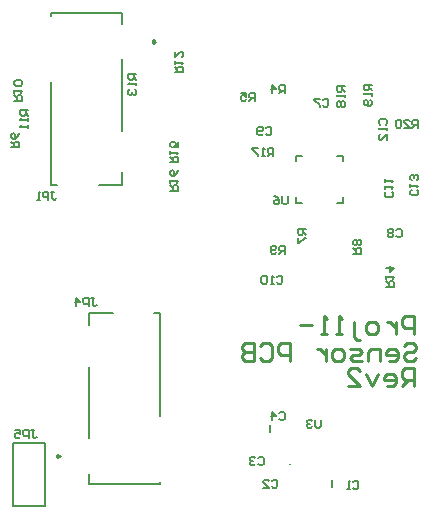
<source format=gbo>
G04*
G04 #@! TF.GenerationSoftware,Altium Limited,Altium Designer,24.2.2 (26)*
G04*
G04 Layer_Color=32896*
%FSLAX25Y25*%
%MOIN*%
G70*
G04*
G04 #@! TF.SameCoordinates,53DEB4DB-F542-4CE3-904C-AAE6CCE40F42*
G04*
G04*
G04 #@! TF.FilePolarity,Positive*
G04*
G01*
G75*
%ADD10C,0.00984*%
%ADD11C,0.00787*%
%ADD12C,0.00602*%
%ADD24C,0.01000*%
%ADD82C,0.00492*%
D10*
X33748Y27283D02*
X33010Y27710D01*
Y26857D01*
X33748Y27283D01*
X65579Y165303D02*
X64841Y165729D01*
Y164877D01*
X65579Y165303D01*
D11*
X112626Y111626D02*
X114594D01*
X112626D02*
Y113594D01*
Y127374D02*
X114594D01*
X112626Y125406D02*
Y127374D01*
X126406Y111626D02*
X128374D01*
Y113594D01*
X126406Y127374D02*
X128374D01*
Y125406D02*
Y127374D01*
X124500Y16819D02*
Y19181D01*
X67311Y40669D02*
Y74921D01*
X43689Y33189D02*
Y57008D01*
X65342Y74921D02*
X67311D01*
X43689D02*
X51563D01*
X43689Y70787D02*
Y74921D01*
X67311Y17835D02*
Y18622D01*
X43689Y17835D02*
Y21378D01*
Y17835D02*
X67311D01*
X31032Y117665D02*
Y151917D01*
X54654Y135579D02*
Y159398D01*
X31032Y117665D02*
X33000D01*
X46780D02*
X54654D01*
Y121799D01*
X31032Y173965D02*
Y174752D01*
X54654Y171209D02*
Y174752D01*
X31032D02*
X54654D01*
X18205Y10409D02*
X28795D01*
X18205D02*
Y31591D01*
X28795D01*
Y10409D02*
Y31591D01*
X104000Y35319D02*
Y37681D01*
D12*
X102459Y136418D02*
X102918Y136878D01*
X103837D01*
X104296Y136418D01*
Y134582D01*
X103837Y134123D01*
X102918D01*
X102459Y134582D01*
X101541D02*
X101082Y134123D01*
X100163D01*
X99704Y134582D01*
Y136418D01*
X100163Y136878D01*
X101082D01*
X101541Y136418D01*
Y135959D01*
X101082Y135500D01*
X99704D01*
X106959Y41418D02*
X107418Y41877D01*
X108337D01*
X108796Y41418D01*
Y39582D01*
X108337Y39123D01*
X107418D01*
X106959Y39582D01*
X104663Y39123D02*
Y41877D01*
X106041Y40500D01*
X104204D01*
X120796Y39377D02*
Y37082D01*
X120337Y36623D01*
X119418D01*
X118959Y37082D01*
Y39377D01*
X118041Y38918D02*
X117582Y39377D01*
X116663D01*
X116204Y38918D01*
Y38459D01*
X116663Y38000D01*
X117122D01*
X116663D01*
X116204Y37541D01*
Y37082D01*
X116663Y36623D01*
X117582D01*
X118041Y37082D01*
X109796Y113898D02*
Y111602D01*
X109337Y111143D01*
X108418D01*
X107959Y111602D01*
Y113898D01*
X105204D02*
X106123Y113438D01*
X107041Y112520D01*
Y111602D01*
X106582Y111143D01*
X105663D01*
X105204Y111602D01*
Y112061D01*
X105663Y112520D01*
X107041D01*
X153173Y136623D02*
Y139377D01*
X151796D01*
X151337Y138918D01*
Y138000D01*
X151796Y137541D01*
X153173D01*
X152255D02*
X151337Y136623D01*
X148582D02*
X150418D01*
X148582Y138459D01*
Y138918D01*
X149041Y139377D01*
X149959D01*
X150418Y138918D01*
X147663D02*
X147204Y139377D01*
X146286D01*
X145827Y138918D01*
Y137082D01*
X146286Y136623D01*
X147204D01*
X147663Y137082D01*
Y138918D01*
X137901Y150934D02*
X135146Y150953D01*
X135136Y149575D01*
X135592Y149113D01*
X136511Y149107D01*
X136973Y149563D01*
X136982Y150941D01*
X136976Y150022D02*
X137888Y149098D01*
X137882Y148179D02*
X137876Y147261D01*
X137879Y147720D01*
X135124Y147739D01*
X135586Y148195D01*
X137407Y145887D02*
X137864Y145424D01*
X137857Y144506D01*
X137395Y144050D01*
X135558Y144062D01*
X135102Y144525D01*
X135108Y145443D01*
X135571Y145899D01*
X136030Y145896D01*
X136486Y145434D01*
X136477Y144056D01*
X128877Y150444D02*
X126122D01*
Y149066D01*
X126582Y148607D01*
X127500D01*
X127959Y149066D01*
Y150444D01*
Y149525D02*
X128877Y148607D01*
Y147689D02*
Y146770D01*
Y147230D01*
X126122D01*
X126582Y147689D01*
Y145393D02*
X126122Y144934D01*
Y144015D01*
X126582Y143556D01*
X127041D01*
X127500Y144015D01*
X127959Y143556D01*
X128418D01*
X128877Y144015D01*
Y144934D01*
X128418Y145393D01*
X127959D01*
X127500Y144934D01*
X127041Y145393D01*
X126582D01*
X127500Y144934D02*
Y144015D01*
X104944Y127122D02*
Y129877D01*
X103566D01*
X103107Y129418D01*
Y128500D01*
X103566Y128041D01*
X104944D01*
X104025D02*
X103107Y127122D01*
X102189D02*
X101270D01*
X101730D01*
Y129877D01*
X102189Y129418D01*
X99893Y129877D02*
X98056D01*
Y129418D01*
X99893Y127582D01*
Y127122D01*
X70622Y115556D02*
X73378D01*
Y116934D01*
X72918Y117393D01*
X72000D01*
X71541Y116934D01*
Y115556D01*
Y116475D02*
X70622Y117393D01*
Y118311D02*
Y119230D01*
Y118770D01*
X73378D01*
X72918Y118311D01*
X73378Y122444D02*
X72918Y121525D01*
X72000Y120607D01*
X71082D01*
X70622Y121066D01*
Y121985D01*
X71082Y122444D01*
X71541D01*
X72000Y121985D01*
Y120607D01*
X70622Y125056D02*
X73378D01*
Y126434D01*
X72918Y126893D01*
X72000D01*
X71541Y126434D01*
Y125056D01*
Y125975D02*
X70622Y126893D01*
Y127811D02*
Y128730D01*
Y128270D01*
X73378D01*
X72918Y127811D01*
X73378Y131944D02*
Y130107D01*
X72000D01*
X72459Y131025D01*
Y131485D01*
X72000Y131944D01*
X71082D01*
X70622Y131485D01*
Y130566D01*
X71082Y130107D01*
X142622Y83556D02*
X145378D01*
Y84934D01*
X144918Y85393D01*
X144000D01*
X143541Y84934D01*
Y83556D01*
Y84475D02*
X142622Y85393D01*
Y86311D02*
Y87230D01*
Y86770D01*
X145378D01*
X144918Y86311D01*
X142622Y89985D02*
X145378D01*
X144000Y88607D01*
Y90444D01*
X59377Y154444D02*
X56622D01*
Y153066D01*
X57082Y152607D01*
X58000D01*
X58459Y153066D01*
Y154444D01*
Y153525D02*
X59377Y152607D01*
Y151689D02*
Y150770D01*
Y151230D01*
X56622D01*
X57082Y151689D01*
Y149393D02*
X56622Y148934D01*
Y148015D01*
X57082Y147556D01*
X57541D01*
X58000Y148015D01*
Y148475D01*
Y148015D01*
X58459Y147556D01*
X58918D01*
X59377Y148015D01*
Y148934D01*
X58918Y149393D01*
X72123Y155056D02*
X74878D01*
Y156434D01*
X74418Y156893D01*
X73500D01*
X73041Y156434D01*
Y155056D01*
Y155975D02*
X72123Y156893D01*
Y157811D02*
Y158730D01*
Y158270D01*
X74878D01*
X74418Y157811D01*
X72123Y161944D02*
Y160107D01*
X73959Y161944D01*
X74418D01*
X74878Y161485D01*
Y160566D01*
X74418Y160107D01*
X23410Y142485D02*
X20655D01*
Y141107D01*
X21114Y140648D01*
X22032D01*
X22492Y141107D01*
Y142485D01*
Y141566D02*
X23410Y140648D01*
Y139730D02*
Y138811D01*
Y139270D01*
X20655D01*
X21114Y139730D01*
X23410Y137434D02*
Y136515D01*
Y136975D01*
X20655D01*
X21114Y137434D01*
X18622Y145556D02*
X21377D01*
Y146934D01*
X20918Y147393D01*
X20000D01*
X19541Y146934D01*
Y145556D01*
Y146475D02*
X18622Y147393D01*
Y148311D02*
Y149230D01*
Y148770D01*
X21377D01*
X20918Y148311D01*
Y150607D02*
X21377Y151066D01*
Y151985D01*
X20918Y152444D01*
X19082D01*
X18622Y151985D01*
Y151066D01*
X19082Y150607D01*
X20918D01*
X108796Y94622D02*
Y97378D01*
X107418D01*
X106959Y96918D01*
Y96000D01*
X107418Y95541D01*
X108796D01*
X107878D02*
X106959Y94622D01*
X106041Y95082D02*
X105582Y94622D01*
X104663D01*
X104204Y95082D01*
Y96918D01*
X104663Y97378D01*
X105582D01*
X106041Y96918D01*
Y96459D01*
X105582Y96000D01*
X104204D01*
X131623Y94704D02*
X134378D01*
Y96082D01*
X133918Y96541D01*
X133000D01*
X132541Y96082D01*
Y94704D01*
Y95622D02*
X131623Y96541D01*
X133918Y97459D02*
X134378Y97918D01*
Y98837D01*
X133918Y99296D01*
X133459D01*
X133000Y98837D01*
X132541Y99296D01*
X132082D01*
X131623Y98837D01*
Y97918D01*
X132082Y97459D01*
X132541D01*
X133000Y97918D01*
X133459Y97459D01*
X133918D01*
X133000Y97918D02*
Y98837D01*
X115877Y102796D02*
X113122D01*
Y101418D01*
X113582Y100959D01*
X114500D01*
X114959Y101418D01*
Y102796D01*
Y101877D02*
X115877Y100959D01*
X113122Y100041D02*
Y98204D01*
X113582D01*
X115418Y100041D01*
X115877D01*
X17623Y130204D02*
X20378D01*
Y131582D01*
X19918Y132041D01*
X19000D01*
X18541Y131582D01*
Y130204D01*
Y131123D02*
X17623Y132041D01*
X20378Y134796D02*
X19918Y133878D01*
X19000Y132959D01*
X18082D01*
X17623Y133418D01*
Y134337D01*
X18082Y134796D01*
X18541D01*
X19000Y134337D01*
Y132959D01*
X98796Y145623D02*
Y148378D01*
X97418D01*
X96959Y147918D01*
Y147000D01*
X97418Y146541D01*
X98796D01*
X97878D02*
X96959Y145623D01*
X94204Y148378D02*
X96041D01*
Y147000D01*
X95122Y147459D01*
X94663D01*
X94204Y147000D01*
Y146082D01*
X94663Y145623D01*
X95582D01*
X96041Y146082D01*
X108796Y148123D02*
Y150877D01*
X107418D01*
X106959Y150418D01*
Y149500D01*
X107418Y149041D01*
X108796D01*
X107878D02*
X106959Y148123D01*
X104663D02*
Y150877D01*
X106041Y149500D01*
X104204D01*
X24337Y35877D02*
X25255D01*
X24796D01*
Y33582D01*
X25255Y33123D01*
X25714D01*
X26173Y33582D01*
X23418Y33123D02*
Y35877D01*
X22041D01*
X21582Y35418D01*
Y34500D01*
X22041Y34041D01*
X23418D01*
X18827Y35877D02*
X20663D01*
Y34500D01*
X19745Y34959D01*
X19286D01*
X18827Y34500D01*
Y33582D01*
X19286Y33123D01*
X20204D01*
X20663Y33582D01*
X30878Y115377D02*
X31796D01*
X31337D01*
Y113082D01*
X31796Y112622D01*
X32255D01*
X32714Y113082D01*
X29959Y112622D02*
Y115377D01*
X28582D01*
X28122Y114918D01*
Y114000D01*
X28582Y113541D01*
X29959D01*
X27204Y112622D02*
X26286D01*
X26745D01*
Y115377D01*
X27204Y114918D01*
X44337Y79878D02*
X45255D01*
X44796D01*
Y77582D01*
X45255Y77122D01*
X45714D01*
X46173Y77582D01*
X43418Y77122D02*
Y79878D01*
X42041D01*
X41582Y79418D01*
Y78500D01*
X42041Y78041D01*
X43418D01*
X39286Y77122D02*
Y79878D01*
X40663Y78500D01*
X38827D01*
X152918Y115893D02*
X153377Y115434D01*
Y114515D01*
X152918Y114056D01*
X151082D01*
X150622Y114515D01*
Y115434D01*
X151082Y115893D01*
X150622Y116811D02*
Y117730D01*
Y117270D01*
X153377D01*
X152918Y116811D01*
Y119107D02*
X153377Y119566D01*
Y120485D01*
X152918Y120944D01*
X152459D01*
X152000Y120485D01*
Y120025D01*
Y120485D01*
X151541Y120944D01*
X151082D01*
X150622Y120485D01*
Y119566D01*
X151082Y119107D01*
X140582Y137607D02*
X140122Y138066D01*
Y138985D01*
X140582Y139444D01*
X142418D01*
X142877Y138985D01*
Y138066D01*
X142418Y137607D01*
X142877Y136689D02*
Y135770D01*
Y136230D01*
X140122D01*
X140582Y136689D01*
X142877Y132556D02*
Y134393D01*
X141041Y132556D01*
X140582D01*
X140122Y133015D01*
Y133934D01*
X140582Y134393D01*
X144418Y115352D02*
X144878Y114893D01*
Y113975D01*
X144418Y113515D01*
X142582D01*
X142122Y113975D01*
Y114893D01*
X142582Y115352D01*
X142122Y116270D02*
Y117189D01*
Y116730D01*
X144878D01*
X144418Y116270D01*
X142122Y118566D02*
Y119485D01*
Y119025D01*
X144878D01*
X144418Y118566D01*
X106107Y86918D02*
X106566Y87378D01*
X107485D01*
X107944Y86918D01*
Y85082D01*
X107485Y84623D01*
X106566D01*
X106107Y85082D01*
X105189Y84623D02*
X104270D01*
X104730D01*
Y87378D01*
X105189Y86918D01*
X102893D02*
X102434Y87378D01*
X101515D01*
X101056Y86918D01*
Y85082D01*
X101515Y84623D01*
X102434D01*
X102893Y85082D01*
Y86918D01*
X145959Y102418D02*
X146418Y102877D01*
X147337D01*
X147796Y102418D01*
Y100582D01*
X147337Y100122D01*
X146418D01*
X145959Y100582D01*
X145041Y102418D02*
X144582Y102877D01*
X143663D01*
X143204Y102418D01*
Y101959D01*
X143663Y101500D01*
X143204Y101041D01*
Y100582D01*
X143663Y100122D01*
X144582D01*
X145041Y100582D01*
Y101041D01*
X144582Y101500D01*
X145041Y101959D01*
Y102418D01*
X144582Y101500D02*
X143663D01*
X121459Y145918D02*
X121918Y146378D01*
X122837D01*
X123296Y145918D01*
Y144082D01*
X122837Y143623D01*
X121918D01*
X121459Y144082D01*
X120541Y146378D02*
X118704D01*
Y145918D01*
X120541Y144082D01*
Y143623D01*
X99959Y24582D02*
X100418Y24123D01*
X101337D01*
X101796Y24582D01*
Y26418D01*
X101337Y26877D01*
X100418D01*
X99959Y26418D01*
X99041Y24582D02*
X98582Y24123D01*
X97663D01*
X97204Y24582D01*
Y25041D01*
X97663Y25500D01*
X98123D01*
X97663D01*
X97204Y25959D01*
Y26418D01*
X97663Y26877D01*
X98582D01*
X99041Y26418D01*
X104459Y18918D02*
X104918Y19377D01*
X105837D01*
X106296Y18918D01*
Y17082D01*
X105837Y16623D01*
X104918D01*
X104459Y17082D01*
X101704Y16623D02*
X103541D01*
X101704Y18459D01*
Y18918D01*
X102163Y19377D01*
X103082D01*
X103541Y18918D01*
X131500Y18418D02*
X131959Y18878D01*
X132878D01*
X133337Y18418D01*
Y16582D01*
X132878Y16123D01*
X131959D01*
X131500Y16582D01*
X130582Y16123D02*
X129663D01*
X130122D01*
Y18878D01*
X130582Y18418D01*
D24*
X152000Y50500D02*
Y56498D01*
X149001D01*
X148001Y55498D01*
Y53499D01*
X149001Y52499D01*
X152000D01*
X150001D02*
X148001Y50500D01*
X143003D02*
X145002D01*
X146002Y51500D01*
Y53499D01*
X145002Y54499D01*
X143003D01*
X142003Y53499D01*
Y52499D01*
X146002D01*
X140004Y54499D02*
X138005Y50500D01*
X136005Y54499D01*
X130007Y50500D02*
X134006D01*
X130007Y54499D01*
Y55498D01*
X131007Y56498D01*
X133006D01*
X134006Y55498D01*
X148501Y63998D02*
X149501Y64998D01*
X151500D01*
X152500Y63998D01*
Y62999D01*
X151500Y61999D01*
X149501D01*
X148501Y60999D01*
Y60000D01*
X149501Y59000D01*
X151500D01*
X152500Y60000D01*
X143503Y59000D02*
X145502D01*
X146502Y60000D01*
Y61999D01*
X145502Y62999D01*
X143503D01*
X142503Y61999D01*
Y60999D01*
X146502D01*
X140504Y59000D02*
Y62999D01*
X137505D01*
X136505Y61999D01*
Y59000D01*
X134506D02*
X131507D01*
X130507Y60000D01*
X131507Y60999D01*
X133506D01*
X134506Y61999D01*
X133506Y62999D01*
X130507D01*
X127508Y59000D02*
X125509D01*
X124509Y60000D01*
Y61999D01*
X125509Y62999D01*
X127508D01*
X128508Y61999D01*
Y60000D01*
X127508Y59000D01*
X122510Y62999D02*
Y59000D01*
Y60999D01*
X121510Y61999D01*
X120510Y62999D01*
X119511D01*
X110514Y59000D02*
Y64998D01*
X107515D01*
X106515Y63998D01*
Y61999D01*
X107515Y60999D01*
X110514D01*
X100517Y63998D02*
X101516Y64998D01*
X103516D01*
X104516Y63998D01*
Y60000D01*
X103516Y59000D01*
X101516D01*
X100517Y60000D01*
X98518Y64998D02*
Y59000D01*
X95518D01*
X94519Y60000D01*
Y60999D01*
X95518Y61999D01*
X98518D01*
X95518D01*
X94519Y62999D01*
Y63998D01*
X95518Y64998D01*
X98518D01*
X152000Y67999D02*
Y73997D01*
X149001D01*
X148001Y72998D01*
Y70998D01*
X149001Y69999D01*
X152000D01*
X146002Y71998D02*
Y67999D01*
Y69999D01*
X145002Y70998D01*
X144003Y71998D01*
X143003D01*
X139004Y67999D02*
X137005D01*
X136005Y68999D01*
Y70998D01*
X137005Y71998D01*
X139004D01*
X140004Y70998D01*
Y68999D01*
X139004Y67999D01*
X134006Y66000D02*
X133006D01*
X132007Y67000D01*
Y71998D01*
X128008Y67999D02*
X126008D01*
X127008D01*
Y73997D01*
X128008Y72998D01*
X123009Y67999D02*
X121010D01*
X122010D01*
Y73997D01*
X123009Y72998D01*
X118011Y70998D02*
X114012D01*
D82*
X110697Y24579D02*
X110209D01*
X110697D01*
M02*

</source>
